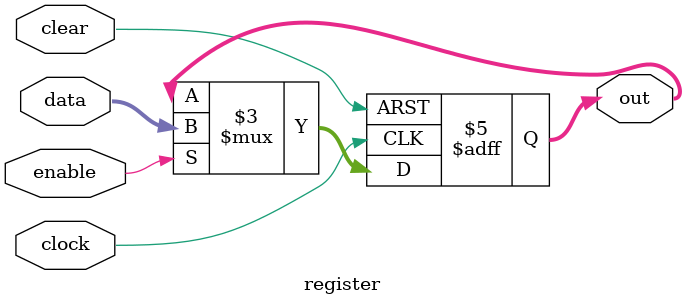
<source format=v>

module regFile #(parameter width = 32,parameter addrWidth = 5) (
	input clock,
	input	regWriteEnable,
	input	[addrWidth-1:0]addrA,
	input	[addrWidth-1:0]addrB,
	input [addrWidth-1:0]addrD,
	input [width-1:0]dataD,
	output reg[width-1:0]dataA,
	output reg[width-1:0]dataB
);
	
	wire clear = 1;
	reg [width-1:0]Rin;
	wire [width-1:0]Rout[0:width-1];
	
	generate
		genvar i;
		for(i=0;i<width;i=i+1)begin:r
		register r (dataD,Rin[i],clock,clear,Rout[i]);
		end
	endgenerate
	
	always@(*)begin
	
	 dataA <= Rout[addrA];
	 dataB <= Rout[addrB];
	 Rin <= regWriteEnable << addrD;

	end
	

endmodule

module register #(parameter width = 32)(
	input		[width-1:0]data,
	input		enable,
	input		clock,
	input		clear,
	output reg 	[width-1:0]out
);
	always@(posedge clock or negedge clear)begin
		if(~clear)begin
			out <= 0;
		end
		else if(enable)begin
			out <= data;
		end
	end

endmodule



</source>
